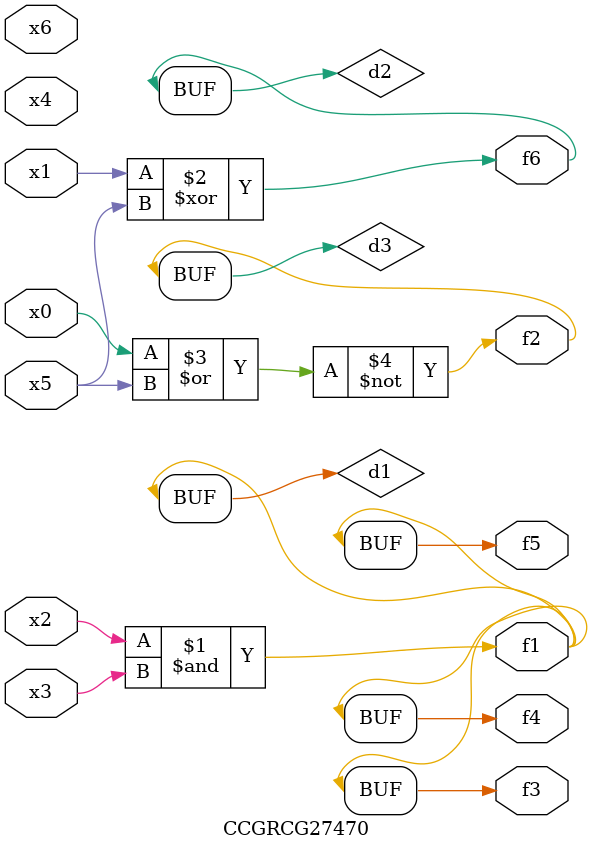
<source format=v>
module CCGRCG27470(
	input x0, x1, x2, x3, x4, x5, x6,
	output f1, f2, f3, f4, f5, f6
);

	wire d1, d2, d3;

	and (d1, x2, x3);
	xor (d2, x1, x5);
	nor (d3, x0, x5);
	assign f1 = d1;
	assign f2 = d3;
	assign f3 = d1;
	assign f4 = d1;
	assign f5 = d1;
	assign f6 = d2;
endmodule

</source>
